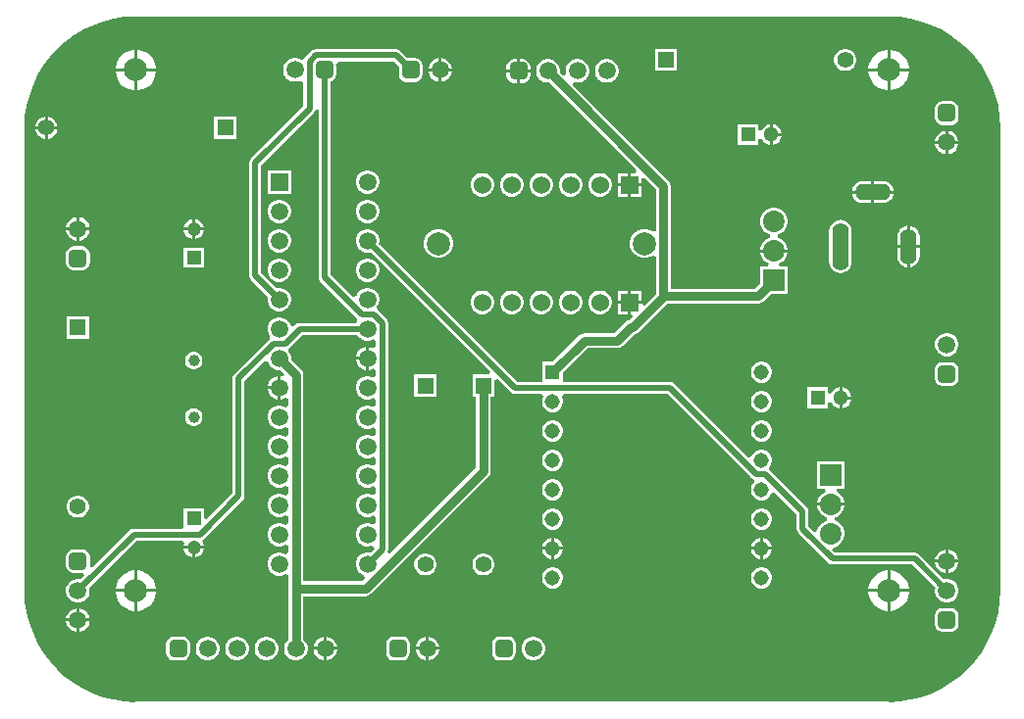
<source format=gbl>
G04*
G04 #@! TF.GenerationSoftware,Altium Limited,Altium Designer,25.1.2 (22)*
G04*
G04 Layer_Physical_Order=2*
G04 Layer_Color=16711680*
%FSLAX25Y25*%
%MOIN*%
G70*
G04*
G04 #@! TF.SameCoordinates,B7606435-976A-44DC-911F-35B296C07FD0*
G04*
G04*
G04 #@! TF.FilePolarity,Positive*
G04*
G01*
G75*
%ADD33C,0.05512*%
%ADD34R,0.05512X0.05512*%
%ADD36C,0.04724*%
%ADD37R,0.04724X0.04724*%
%ADD38R,0.05512X0.05512*%
%ADD39C,0.02000*%
%ADD40C,0.03000*%
G04:AMPARAMS|DCode=41|XSize=59.84mil|YSize=59.84mil|CornerRadius=14.96mil|HoleSize=0mil|Usage=FLASHONLY|Rotation=180.000|XOffset=0mil|YOffset=0mil|HoleType=Round|Shape=RoundedRectangle|*
%AMROUNDEDRECTD41*
21,1,0.05984,0.02992,0,0,180.0*
21,1,0.02992,0.05984,0,0,180.0*
1,1,0.02992,-0.01496,0.01496*
1,1,0.02992,0.01496,0.01496*
1,1,0.02992,0.01496,-0.01496*
1,1,0.02992,-0.01496,-0.01496*
%
%ADD41ROUNDEDRECTD41*%
%ADD42C,0.05984*%
G04:AMPARAMS|DCode=43|XSize=59.84mil|YSize=59.84mil|CornerRadius=14.96mil|HoleSize=0mil|Usage=FLASHONLY|Rotation=90.000|XOffset=0mil|YOffset=0mil|HoleType=Round|Shape=RoundedRectangle|*
%AMROUNDEDRECTD43*
21,1,0.05984,0.02992,0,0,90.0*
21,1,0.02992,0.05984,0,0,90.0*
1,1,0.02992,0.01496,0.01496*
1,1,0.02992,0.01496,-0.01496*
1,1,0.02992,-0.01496,-0.01496*
1,1,0.02992,-0.01496,0.01496*
%
%ADD43ROUNDEDRECTD43*%
%ADD44R,0.05906X0.05906*%
%ADD45C,0.05906*%
%ADD46C,0.07874*%
%ADD47R,0.06000X0.06000*%
%ADD48C,0.06000*%
%ADD49C,0.05150*%
%ADD50R,0.05150X0.05150*%
%ADD51O,0.05512X0.16142*%
%ADD52O,0.05512X0.12205*%
%ADD53O,0.12205X0.05512*%
%ADD54R,0.07323X0.07323*%
%ADD55C,0.07323*%
%ADD56R,0.05118X0.05118*%
%ADD57C,0.05118*%
%ADD58C,0.03965*%
%ADD59C,0.01968*%
G36*
X298987Y234534D02*
X302663Y233988D01*
X306267Y233086D01*
X309766Y231834D01*
X313125Y230245D01*
X316313Y228335D01*
X319297Y226121D01*
X322051Y223625D01*
X324546Y220872D01*
X326760Y217887D01*
X328670Y214700D01*
X330259Y211341D01*
X331511Y207842D01*
X332414Y204238D01*
X332959Y200562D01*
X333136Y196951D01*
X333116Y196850D01*
Y39370D01*
X333136Y39269D01*
X332959Y35659D01*
X332414Y31983D01*
X331511Y28378D01*
X330259Y24880D01*
X328670Y21520D01*
X326760Y18333D01*
X324546Y15348D01*
X322051Y12595D01*
X319297Y10099D01*
X316313Y7886D01*
X313125Y5976D01*
X309766Y4387D01*
X306267Y3135D01*
X302663Y2232D01*
X298987Y1687D01*
X295376Y1509D01*
X295276Y1529D01*
X39370D01*
X39269Y1509D01*
X35659Y1687D01*
X31983Y2232D01*
X28378Y3135D01*
X24880Y4387D01*
X21520Y5976D01*
X18333Y7886D01*
X15348Y10099D01*
X12595Y12595D01*
X10099Y15348D01*
X7886Y18333D01*
X5976Y21520D01*
X4387Y24880D01*
X3135Y28378D01*
X2232Y31983D01*
X1687Y35659D01*
X1509Y39269D01*
X1529Y39370D01*
Y196850D01*
X1509Y196951D01*
X1687Y200562D01*
X2232Y204238D01*
X3135Y207842D01*
X4387Y211341D01*
X5976Y214700D01*
X7886Y217887D01*
X10099Y220872D01*
X12595Y223625D01*
X15348Y226121D01*
X18333Y228335D01*
X21520Y230245D01*
X24880Y231834D01*
X28378Y233086D01*
X31983Y233988D01*
X35659Y234534D01*
X39269Y234711D01*
X39370Y234691D01*
X295276D01*
X295376Y234711D01*
X298987Y234534D01*
D02*
G37*
%LPC*%
G36*
X127803Y223567D02*
X100481D01*
X99701Y223411D01*
X99039Y222970D01*
X96975Y220906D01*
X96631Y220390D01*
X96436Y220219D01*
X95459Y219971D01*
X94966Y220255D01*
X93951Y220528D01*
X92900D01*
X91884Y220255D01*
X90974Y219730D01*
X90231Y218987D01*
X89705Y218076D01*
X89433Y217061D01*
Y216010D01*
X89705Y214995D01*
X90231Y214084D01*
X90974Y213341D01*
X91884Y212815D01*
X92900Y212543D01*
X93951D01*
X94966Y212815D01*
X95378Y213053D01*
X96378Y212477D01*
Y204262D01*
X78558Y186442D01*
X78116Y185780D01*
X77961Y185000D01*
Y146535D01*
X78116Y145755D01*
X78558Y145094D01*
X84273Y139378D01*
X84158Y138946D01*
Y137905D01*
X84427Y136899D01*
X84947Y135998D01*
X85683Y135262D01*
X86585Y134742D01*
X87590Y134473D01*
X88631D01*
X89636Y134742D01*
X90537Y135262D01*
X91273Y135998D01*
X91794Y136899D01*
X92063Y137905D01*
Y138946D01*
X91794Y139951D01*
X91273Y140852D01*
X90537Y141588D01*
X89636Y142109D01*
X88631Y142378D01*
X87590D01*
X87157Y142262D01*
X82039Y147380D01*
Y184155D01*
X99859Y201975D01*
X100301Y202637D01*
X100386Y203063D01*
X101386Y202964D01*
Y146106D01*
X101541Y145326D01*
X101983Y144664D01*
X114617Y132030D01*
X114567Y131072D01*
X114107Y130448D01*
X95092D01*
X94318Y130294D01*
X93662Y129856D01*
X93025Y129219D01*
X91910Y129518D01*
X91794Y129951D01*
X91273Y130852D01*
X90537Y131588D01*
X89636Y132109D01*
X88631Y132378D01*
X87590D01*
X86585Y132109D01*
X85683Y131588D01*
X84947Y130852D01*
X84427Y129951D01*
X84158Y128946D01*
Y127905D01*
X84427Y126900D01*
X84947Y125998D01*
X84761Y124919D01*
X72785Y112943D01*
X72346Y112286D01*
X72192Y111512D01*
Y72444D01*
X63341Y63593D01*
X62417Y63976D01*
Y67339D01*
X55693D01*
Y60614D01*
X54739Y60503D01*
X38795D01*
X38021Y60349D01*
X37365Y59911D01*
X24601Y47147D01*
X23679Y47640D01*
X23726Y47874D01*
Y50866D01*
X23532Y51840D01*
X22981Y52666D01*
X22155Y53217D01*
X21181Y53411D01*
X18189D01*
X17215Y53217D01*
X16389Y52666D01*
X15838Y51840D01*
X15644Y50866D01*
Y47874D01*
X15838Y46900D01*
X16389Y46075D01*
X17215Y45523D01*
X18189Y45329D01*
X21181D01*
X21415Y45376D01*
X21908Y44454D01*
X20688Y43234D01*
X20211Y43362D01*
X19160D01*
X18144Y43090D01*
X17234Y42565D01*
X16490Y41821D01*
X15965Y40911D01*
X15693Y39896D01*
Y38844D01*
X15965Y37829D01*
X16490Y36919D01*
X17234Y36176D01*
X18144Y35650D01*
X19160Y35378D01*
X20211D01*
X21226Y35650D01*
X22136Y36176D01*
X22880Y36919D01*
X23405Y37829D01*
X23677Y38844D01*
Y39896D01*
X23549Y40373D01*
X39633Y56457D01*
X55360D01*
X55937Y55457D01*
X55922Y55432D01*
X55708Y54634D01*
X59055D01*
X62402D01*
X62188Y55432D01*
X62069Y55637D01*
X61910Y56393D01*
X62393Y56965D01*
X62520Y57050D01*
X75646Y70175D01*
X76084Y70832D01*
X76238Y71606D01*
Y110674D01*
X83196Y117631D01*
X84311Y117332D01*
X84427Y116900D01*
X84947Y115998D01*
X85683Y115262D01*
X86585Y114742D01*
X87590Y114472D01*
X88458D01*
X89842Y113089D01*
X89324Y112192D01*
X88631Y112378D01*
X88610D01*
Y108425D01*
Y104472D01*
X88631D01*
X89636Y104742D01*
X90191Y105062D01*
X91191Y104597D01*
Y102254D01*
X90191Y101788D01*
X89636Y102109D01*
X88631Y102378D01*
X87590D01*
X86585Y102109D01*
X85683Y101588D01*
X84947Y100852D01*
X84427Y99951D01*
X84158Y98946D01*
Y97905D01*
X84427Y96899D01*
X84947Y95998D01*
X85683Y95262D01*
X86585Y94742D01*
X87590Y94472D01*
X88631D01*
X89636Y94742D01*
X90191Y95062D01*
X91191Y94597D01*
Y92254D01*
X90191Y91788D01*
X89636Y92109D01*
X88631Y92378D01*
X87590D01*
X86585Y92109D01*
X85683Y91588D01*
X84947Y90852D01*
X84427Y89951D01*
X84158Y88946D01*
Y87905D01*
X84427Y86900D01*
X84947Y85998D01*
X85683Y85262D01*
X86585Y84742D01*
X87590Y84473D01*
X88631D01*
X89636Y84742D01*
X90191Y85062D01*
X91191Y84597D01*
Y82254D01*
X90191Y81788D01*
X89636Y82109D01*
X88631Y82378D01*
X87590D01*
X86585Y82109D01*
X85683Y81588D01*
X84947Y80852D01*
X84427Y79951D01*
X84158Y78946D01*
Y77905D01*
X84427Y76899D01*
X84947Y75998D01*
X85683Y75262D01*
X86585Y74742D01*
X87590Y74472D01*
X88631D01*
X89636Y74742D01*
X90191Y75062D01*
X91191Y74597D01*
Y72254D01*
X90191Y71788D01*
X89636Y72109D01*
X88631Y72378D01*
X87590D01*
X86585Y72109D01*
X85683Y71588D01*
X84947Y70852D01*
X84427Y69951D01*
X84158Y68946D01*
Y67905D01*
X84427Y66900D01*
X84947Y65998D01*
X85683Y65262D01*
X86585Y64742D01*
X87590Y64473D01*
X88631D01*
X89636Y64742D01*
X90191Y65062D01*
X91191Y64597D01*
Y62254D01*
X90191Y61788D01*
X89636Y62109D01*
X88631Y62378D01*
X87590D01*
X86585Y62109D01*
X85683Y61588D01*
X84947Y60852D01*
X84427Y59951D01*
X84158Y58946D01*
Y57905D01*
X84427Y56899D01*
X84947Y55998D01*
X85683Y55262D01*
X86585Y54742D01*
X87590Y54473D01*
X88631D01*
X89636Y54742D01*
X90191Y55062D01*
X91191Y54597D01*
Y52254D01*
X90191Y51788D01*
X89636Y52109D01*
X88631Y52378D01*
X87590D01*
X86585Y52109D01*
X85683Y51588D01*
X84947Y50852D01*
X84427Y49951D01*
X84158Y48946D01*
Y47905D01*
X84427Y46900D01*
X84947Y45998D01*
X85683Y45262D01*
X86585Y44742D01*
X87590Y44472D01*
X88631D01*
X89636Y44742D01*
X90191Y45062D01*
X91191Y44597D01*
Y40000D01*
Y22782D01*
X90546Y22136D01*
X90020Y21226D01*
X89748Y20211D01*
Y19160D01*
X90020Y18144D01*
X90546Y17234D01*
X91289Y16490D01*
X92199Y15965D01*
X93215Y15693D01*
X94266D01*
X95281Y15965D01*
X96191Y16490D01*
X96935Y17234D01*
X97460Y18144D01*
X97732Y19160D01*
Y20211D01*
X97460Y21226D01*
X96935Y22136D01*
X96289Y22782D01*
Y37451D01*
X117396D01*
X118372Y37645D01*
X119199Y38198D01*
X159283Y78281D01*
X159835Y79109D01*
X160029Y80084D01*
Y105417D01*
X161236D01*
Y111109D01*
X162160Y111492D01*
X166779Y106873D01*
X167440Y106431D01*
X168220Y106276D01*
X168220Y106276D01*
X177217D01*
X177794Y105276D01*
X177704Y105120D01*
X177461Y104211D01*
Y103270D01*
X177704Y102360D01*
X178175Y101545D01*
X178840Y100880D01*
X179656Y100409D01*
X180565Y100165D01*
X181506D01*
X182415Y100409D01*
X183230Y100880D01*
X183896Y101545D01*
X184367Y102360D01*
X184610Y103270D01*
Y104211D01*
X184367Y105120D01*
X184277Y105276D01*
X184854Y106276D01*
X220146D01*
X248699Y77723D01*
X249249Y77356D01*
X249422Y76737D01*
X249478Y76238D01*
X249175Y75935D01*
X248704Y75120D01*
X248461Y74211D01*
Y73269D01*
X248704Y72360D01*
X249175Y71545D01*
X249840Y70880D01*
X250656Y70409D01*
X251565Y70165D01*
X252506D01*
X253415Y70409D01*
X254230Y70880D01*
X254896Y71545D01*
X255367Y72360D01*
X255413Y72534D01*
X256528Y72833D01*
X263913Y65449D01*
Y60372D01*
X264068Y59592D01*
X264510Y58930D01*
X274630Y48810D01*
X275292Y48368D01*
X276072Y48213D01*
X303234D01*
X311092Y40355D01*
X310968Y39896D01*
Y38844D01*
X311241Y37829D01*
X311766Y36919D01*
X312509Y36176D01*
X313420Y35650D01*
X314435Y35378D01*
X315486D01*
X316501Y35650D01*
X317412Y36176D01*
X318155Y36919D01*
X318681Y37829D01*
X318953Y38844D01*
Y39896D01*
X318681Y40911D01*
X318155Y41821D01*
X317412Y42565D01*
X316501Y43090D01*
X315486Y43362D01*
X314435D01*
X313976Y43239D01*
X305520Y51694D01*
X304859Y52136D01*
X304078Y52292D01*
X276917D01*
X276040Y53169D01*
X276472Y54150D01*
X277390Y54396D01*
X278453Y55010D01*
X279321Y55878D01*
X279934Y56941D01*
X280252Y58126D01*
Y59354D01*
X279934Y60539D01*
X279321Y61602D01*
X278453Y62470D01*
X277390Y63084D01*
X276872Y63222D01*
Y64258D01*
X277390Y64396D01*
X278453Y65010D01*
X279321Y65878D01*
X279934Y66941D01*
X280252Y68126D01*
Y68240D01*
X275591D01*
X270929D01*
Y68126D01*
X271247Y66941D01*
X271861Y65878D01*
X272728Y65010D01*
X273791Y64396D01*
X274309Y64258D01*
Y63222D01*
X273791Y63084D01*
X272728Y62470D01*
X271861Y61602D01*
X271247Y60539D01*
X271001Y59622D01*
X270019Y59189D01*
X267991Y61217D01*
Y66293D01*
X267836Y67074D01*
X267394Y67735D01*
X267394Y67735D01*
X254522Y80607D01*
X254896Y81545D01*
X255367Y82360D01*
X255610Y83270D01*
Y84211D01*
X255367Y85120D01*
X254896Y85935D01*
X254230Y86601D01*
X253415Y87071D01*
X252506Y87315D01*
X251565D01*
X250656Y87071D01*
X249840Y86601D01*
X249175Y85935D01*
X248704Y85120D01*
X248658Y84946D01*
X247542Y84647D01*
X222433Y109757D01*
X221771Y110199D01*
X220991Y110354D01*
X184610D01*
Y113710D01*
X192834Y121934D01*
X202997D01*
X203972Y122128D01*
X204799Y122681D01*
X208620Y126502D01*
X209160Y126609D01*
X209987Y127162D01*
X219865Y137040D01*
X250789D01*
X251764Y137234D01*
X252591Y137786D01*
X255143Y140339D01*
X260861D01*
Y149661D01*
X258150D01*
X257999Y150656D01*
X259062Y151270D01*
X259930Y152138D01*
X260544Y153201D01*
X260861Y154386D01*
Y154500D01*
X256200D01*
X251539D01*
Y154386D01*
X251856Y153201D01*
X252470Y152138D01*
X253338Y151270D01*
X254401Y150656D01*
X254250Y149661D01*
X251539D01*
Y143943D01*
X249733Y142138D01*
X221151D01*
Y176998D01*
X220957Y177973D01*
X220405Y178800D01*
X187724Y211481D01*
X188242Y212377D01*
X188874Y212208D01*
X189926D01*
X190941Y212480D01*
X191851Y213005D01*
X192595Y213749D01*
X193120Y214659D01*
X193392Y215674D01*
Y216726D01*
X193120Y217741D01*
X192595Y218651D01*
X191851Y219394D01*
X190941Y219920D01*
X189926Y220192D01*
X188874D01*
X187859Y219920D01*
X186949Y219394D01*
X186205Y218651D01*
X185680Y217741D01*
X185408Y216726D01*
Y215674D01*
X185577Y215042D01*
X184681Y214524D01*
X183392Y215813D01*
Y216726D01*
X183120Y217741D01*
X182595Y218651D01*
X181851Y219394D01*
X180941Y219920D01*
X179926Y220192D01*
X178874D01*
X177859Y219920D01*
X176949Y219394D01*
X176206Y218651D01*
X175680Y217741D01*
X175408Y216726D01*
Y215674D01*
X175680Y214659D01*
X176206Y213749D01*
X176949Y213005D01*
X177859Y212480D01*
X178874Y212208D01*
X179787D01*
X209591Y182404D01*
X209208Y181480D01*
X207665D01*
Y177980D01*
X211165D01*
Y179523D01*
X212089Y179906D01*
X216053Y175942D01*
Y161832D01*
X215053Y161514D01*
X214071Y162081D01*
X212815Y162417D01*
X211515D01*
X210260Y162081D01*
X209134Y161431D01*
X208215Y160512D01*
X207565Y159386D01*
X207228Y158130D01*
Y156830D01*
X207565Y155575D01*
X208215Y154449D01*
X209134Y153530D01*
X210260Y152880D01*
X211515Y152543D01*
X212815D01*
X214071Y152880D01*
X215053Y153447D01*
X216053Y153129D01*
Y140438D01*
X212089Y136474D01*
X211165Y136856D01*
Y136980D01*
X207665D01*
Y133480D01*
X207789D01*
X208172Y132556D01*
X207042Y131427D01*
X206502Y131319D01*
X205675Y130766D01*
X201941Y127032D01*
X191779D01*
X190803Y126838D01*
X189976Y126286D01*
X181005Y117315D01*
X177461D01*
Y110354D01*
X169065D01*
X121947Y157472D01*
X122063Y157905D01*
Y158946D01*
X121794Y159951D01*
X121273Y160852D01*
X120537Y161588D01*
X119636Y162109D01*
X118631Y162378D01*
X117590D01*
X116585Y162109D01*
X115683Y161588D01*
X114947Y160852D01*
X114427Y159951D01*
X114157Y158946D01*
Y157905D01*
X114427Y156899D01*
X114947Y155998D01*
X115683Y155262D01*
X116585Y154742D01*
X117590Y154472D01*
X118631D01*
X119063Y154588D01*
X159799Y113853D01*
X159416Y112929D01*
X153724D01*
Y105417D01*
X154931D01*
Y81140D01*
X125667Y51876D01*
X124890Y52513D01*
X124947Y52598D01*
X125102Y53378D01*
Y130477D01*
X125102Y130477D01*
X124947Y131257D01*
X124505Y131919D01*
X121509Y134914D01*
X121273Y135998D01*
X121794Y136899D01*
X122063Y137905D01*
Y138946D01*
X121794Y139951D01*
X121273Y140852D01*
X120537Y141588D01*
X119636Y142109D01*
X118631Y142378D01*
X117590D01*
X116585Y142109D01*
X115683Y141588D01*
X114947Y140852D01*
X114427Y139951D01*
X114311Y139518D01*
X113196Y139219D01*
X105464Y146951D01*
Y212602D01*
X105895Y212688D01*
X106721Y213240D01*
X107273Y214066D01*
X107466Y215039D01*
Y218032D01*
X107375Y218488D01*
X108061Y219488D01*
X126959D01*
X128754Y217693D01*
Y215039D01*
X128948Y214066D01*
X129500Y213240D01*
X130325Y212688D01*
X131299Y212494D01*
X134291D01*
X135265Y212688D01*
X136091Y213240D01*
X136643Y214066D01*
X136836Y215039D01*
Y218032D01*
X136643Y219005D01*
X136091Y219831D01*
X135265Y220383D01*
X134291Y220577D01*
X131638D01*
X129245Y222970D01*
X128584Y223411D01*
X127803Y223567D01*
D02*
G37*
G36*
X295956Y223441D02*
X295776D01*
Y217035D01*
X302181D01*
Y217216D01*
X301916Y218550D01*
X301395Y219806D01*
X300639Y220937D01*
X299678Y221899D01*
X298547Y222655D01*
X297290Y223176D01*
X295956Y223441D01*
D02*
G37*
G36*
X294776D02*
X294596D01*
X293261Y223176D01*
X292005Y222655D01*
X290874Y221899D01*
X289912Y220937D01*
X289156Y219806D01*
X288635Y218550D01*
X288370Y217216D01*
Y217035D01*
X294776D01*
Y223441D01*
D02*
G37*
G36*
X143321Y220528D02*
X143295D01*
Y217035D01*
X146787D01*
Y217061D01*
X146515Y218076D01*
X145990Y218987D01*
X145247Y219730D01*
X144336Y220255D01*
X143321Y220528D01*
D02*
G37*
G36*
X142295D02*
X142270D01*
X141254Y220255D01*
X140344Y219730D01*
X139601Y218987D01*
X139075Y218076D01*
X138803Y217061D01*
Y217035D01*
X142295D01*
Y220528D01*
D02*
G37*
G36*
X40050Y223441D02*
X39870D01*
Y217035D01*
X46276D01*
Y217216D01*
X46010Y218550D01*
X45490Y219806D01*
X44734Y220937D01*
X43772Y221899D01*
X42641Y222655D01*
X41384Y223176D01*
X40050Y223441D01*
D02*
G37*
G36*
X38870D02*
X38690D01*
X37356Y223176D01*
X36099Y222655D01*
X34968Y221899D01*
X34006Y220937D01*
X33250Y219806D01*
X32730Y218550D01*
X32465Y217216D01*
Y217035D01*
X38870D01*
Y223441D01*
D02*
G37*
G36*
X170896Y220241D02*
X169900D01*
Y216700D01*
X173441D01*
Y217696D01*
X173247Y218670D01*
X172696Y219496D01*
X171870Y220047D01*
X170896Y220241D01*
D02*
G37*
G36*
X168900D02*
X167904D01*
X166930Y220047D01*
X166104Y219496D01*
X165553Y218670D01*
X165359Y217696D01*
Y216700D01*
X168900D01*
Y220241D01*
D02*
G37*
G36*
X280927Y223756D02*
X279939D01*
X278983Y223500D01*
X278127Y223006D01*
X277428Y222306D01*
X276933Y221450D01*
X276677Y220495D01*
Y219506D01*
X276933Y218550D01*
X277428Y217694D01*
X278127Y216995D01*
X278983Y216500D01*
X279939Y216244D01*
X280927D01*
X281883Y216500D01*
X282739Y216995D01*
X283438Y217694D01*
X283933Y218550D01*
X284189Y219506D01*
Y220495D01*
X283933Y221450D01*
X283438Y222306D01*
X282739Y223006D01*
X281883Y223500D01*
X280927Y223756D01*
D02*
G37*
G36*
X223323D02*
X215811D01*
Y216244D01*
X223323D01*
Y223756D01*
D02*
G37*
G36*
X146787Y216035D02*
X143295D01*
Y212543D01*
X143321D01*
X144336Y212815D01*
X145247Y213341D01*
X145990Y214084D01*
X146515Y214995D01*
X146787Y216010D01*
Y216035D01*
D02*
G37*
G36*
X142295D02*
X138803D01*
Y216010D01*
X139075Y214995D01*
X139601Y214084D01*
X140344Y213341D01*
X141254Y212815D01*
X142270Y212543D01*
X142295D01*
Y216035D01*
D02*
G37*
G36*
X199926Y220192D02*
X198874D01*
X197859Y219920D01*
X196949Y219394D01*
X196205Y218651D01*
X195680Y217741D01*
X195408Y216726D01*
Y215674D01*
X195680Y214659D01*
X196205Y213749D01*
X196949Y213005D01*
X197859Y212480D01*
X198874Y212208D01*
X199926D01*
X200941Y212480D01*
X201851Y213005D01*
X202594Y213749D01*
X203120Y214659D01*
X203392Y215674D01*
Y216726D01*
X203120Y217741D01*
X202594Y218651D01*
X201851Y219394D01*
X200941Y219920D01*
X199926Y220192D01*
D02*
G37*
G36*
X173441Y215700D02*
X169900D01*
Y212159D01*
X170896D01*
X171870Y212353D01*
X172696Y212904D01*
X173247Y213730D01*
X173441Y214704D01*
Y215700D01*
D02*
G37*
G36*
X168900D02*
X165359D01*
Y214704D01*
X165553Y213730D01*
X166104Y212904D01*
X166930Y212353D01*
X167904Y212159D01*
X168900D01*
Y215700D01*
D02*
G37*
G36*
X302181Y216035D02*
X295776D01*
Y209630D01*
X295956D01*
X297290Y209895D01*
X298547Y210416D01*
X299678Y211172D01*
X300639Y212133D01*
X301395Y213264D01*
X301916Y214521D01*
X302181Y215855D01*
Y216035D01*
D02*
G37*
G36*
X294776D02*
X288370D01*
Y215855D01*
X288635Y214521D01*
X289156Y213264D01*
X289912Y212133D01*
X290874Y211172D01*
X292005Y210416D01*
X293261Y209895D01*
X294596Y209630D01*
X294776D01*
Y216035D01*
D02*
G37*
G36*
X46276D02*
X39870D01*
Y209630D01*
X40050D01*
X41384Y209895D01*
X42641Y210416D01*
X43772Y211172D01*
X44734Y212133D01*
X45490Y213264D01*
X46010Y214521D01*
X46276Y215855D01*
Y216035D01*
D02*
G37*
G36*
X38870D02*
X32465D01*
Y215855D01*
X32730Y214521D01*
X33250Y213264D01*
X34006Y212133D01*
X34968Y211172D01*
X36099Y210416D01*
X37356Y209895D01*
X38690Y209630D01*
X38870D01*
Y216035D01*
D02*
G37*
G36*
X316457Y205891D02*
X313465D01*
X312491Y205698D01*
X311665Y205146D01*
X311113Y204320D01*
X310920Y203346D01*
Y200354D01*
X311113Y199380D01*
X311665Y198555D01*
X312491Y198003D01*
X313465Y197809D01*
X316457D01*
X317431Y198003D01*
X318256Y198555D01*
X318808Y199380D01*
X319002Y200354D01*
Y203346D01*
X318808Y204320D01*
X318256Y205146D01*
X317431Y205698D01*
X316457Y205891D01*
D02*
G37*
G36*
X9437Y200605D02*
Y197350D01*
X12691D01*
X12437Y198300D01*
X11942Y199157D01*
X11243Y199856D01*
X10387Y200350D01*
X9437Y200605D01*
D02*
G37*
G36*
X8437D02*
X7487Y200350D01*
X6631Y199856D01*
X5931Y199157D01*
X5437Y198300D01*
X5183Y197350D01*
X8437D01*
Y200605D01*
D02*
G37*
G36*
X255837Y198151D02*
Y195100D01*
X258888D01*
X258653Y195974D01*
X258185Y196785D01*
X257522Y197448D01*
X256711Y197916D01*
X255837Y198151D01*
D02*
G37*
G36*
X12691Y196350D02*
X9437D01*
Y193096D01*
X10387Y193351D01*
X11243Y193845D01*
X11942Y194544D01*
X12437Y195401D01*
X12691Y196350D01*
D02*
G37*
G36*
X8437D02*
X5183D01*
X5437Y195401D01*
X5931Y194544D01*
X6631Y193845D01*
X7487Y193351D01*
X8437Y193096D01*
Y196350D01*
D02*
G37*
G36*
X73559Y200606D02*
X66047D01*
Y193095D01*
X73559D01*
Y200606D01*
D02*
G37*
G36*
X315486Y195843D02*
X315461D01*
Y192350D01*
X318953D01*
Y192376D01*
X318681Y193391D01*
X318155Y194302D01*
X317412Y195045D01*
X316501Y195571D01*
X315486Y195843D01*
D02*
G37*
G36*
X314461D02*
X314435D01*
X313420Y195571D01*
X312509Y195045D01*
X311766Y194302D01*
X311241Y193391D01*
X310968Y192376D01*
Y192350D01*
X314461D01*
Y195843D01*
D02*
G37*
G36*
X258888Y194100D02*
X255837D01*
Y191049D01*
X256711Y191284D01*
X257522Y191752D01*
X258185Y192415D01*
X258653Y193226D01*
X258888Y194100D01*
D02*
G37*
G36*
X251022Y198159D02*
X243904D01*
Y191041D01*
X251022D01*
Y193089D01*
X252021Y193226D01*
X252489Y192415D01*
X253152Y191752D01*
X253963Y191284D01*
X254837Y191049D01*
Y194600D01*
Y198151D01*
X253963Y197916D01*
X253152Y197448D01*
X252489Y196785D01*
X252021Y195974D01*
X251022Y196111D01*
Y198159D01*
D02*
G37*
G36*
X318953Y191350D02*
X315461D01*
Y187858D01*
X315486D01*
X316501Y188130D01*
X317412Y188656D01*
X318155Y189399D01*
X318681Y190310D01*
X318953Y191325D01*
Y191350D01*
D02*
G37*
G36*
X314461D02*
X310968D01*
Y191325D01*
X311241Y190310D01*
X311766Y189399D01*
X312509Y188656D01*
X313420Y188130D01*
X314435Y187858D01*
X314461D01*
Y191350D01*
D02*
G37*
G36*
X206665Y181480D02*
X203165D01*
Y177980D01*
X206665D01*
Y181480D01*
D02*
G37*
G36*
X293142Y178792D02*
X290295D01*
Y175504D01*
X296864D01*
X296801Y175984D01*
X296423Y176898D01*
X295820Y177683D01*
X295036Y178285D01*
X294122Y178663D01*
X293142Y178792D01*
D02*
G37*
G36*
X289295D02*
X286449D01*
X285468Y178663D01*
X284555Y178285D01*
X283770Y177683D01*
X283168Y176898D01*
X282790Y175984D01*
X282726Y175504D01*
X289295D01*
Y178792D01*
D02*
G37*
G36*
X118631Y182378D02*
X117590D01*
X116585Y182109D01*
X115683Y181588D01*
X114947Y180852D01*
X114427Y179951D01*
X114157Y178946D01*
Y177905D01*
X114427Y176900D01*
X114947Y175998D01*
X115683Y175262D01*
X116585Y174742D01*
X117590Y174472D01*
X118631D01*
X119636Y174742D01*
X120537Y175262D01*
X121273Y175998D01*
X121794Y176900D01*
X122063Y177905D01*
Y178946D01*
X121794Y179951D01*
X121273Y180852D01*
X120537Y181588D01*
X119636Y182109D01*
X118631Y182378D01*
D02*
G37*
G36*
X92063D02*
X84158D01*
Y174472D01*
X92063D01*
Y182378D01*
D02*
G37*
G36*
X211165Y176980D02*
X207665D01*
Y173480D01*
X211165D01*
Y176980D01*
D02*
G37*
G36*
X206665D02*
X203165D01*
Y173480D01*
X206665D01*
Y176980D01*
D02*
G37*
G36*
X197692Y181480D02*
X196639D01*
X195621Y181208D01*
X194709Y180681D01*
X193965Y179936D01*
X193438Y179024D01*
X193165Y178007D01*
Y176954D01*
X193438Y175936D01*
X193965Y175024D01*
X194709Y174279D01*
X195621Y173753D01*
X196639Y173480D01*
X197692D01*
X198709Y173753D01*
X199621Y174279D01*
X200366Y175024D01*
X200893Y175936D01*
X201165Y176954D01*
Y178007D01*
X200893Y179024D01*
X200366Y179936D01*
X199621Y180681D01*
X198709Y181208D01*
X197692Y181480D01*
D02*
G37*
G36*
X187692D02*
X186639D01*
X185621Y181208D01*
X184709Y180681D01*
X183965Y179936D01*
X183438Y179024D01*
X183165Y178007D01*
Y176954D01*
X183438Y175936D01*
X183965Y175024D01*
X184709Y174279D01*
X185621Y173753D01*
X186639Y173480D01*
X187692D01*
X188709Y173753D01*
X189621Y174279D01*
X190366Y175024D01*
X190893Y175936D01*
X191165Y176954D01*
Y178007D01*
X190893Y179024D01*
X190366Y179936D01*
X189621Y180681D01*
X188709Y181208D01*
X187692Y181480D01*
D02*
G37*
G36*
X177692D02*
X176639D01*
X175621Y181208D01*
X174709Y180681D01*
X173965Y179936D01*
X173438Y179024D01*
X173165Y178007D01*
Y176954D01*
X173438Y175936D01*
X173965Y175024D01*
X174709Y174279D01*
X175621Y173753D01*
X176639Y173480D01*
X177692D01*
X178709Y173753D01*
X179621Y174279D01*
X180366Y175024D01*
X180893Y175936D01*
X181165Y176954D01*
Y178007D01*
X180893Y179024D01*
X180366Y179936D01*
X179621Y180681D01*
X178709Y181208D01*
X177692Y181480D01*
D02*
G37*
G36*
X167692D02*
X166639D01*
X165621Y181208D01*
X164709Y180681D01*
X163965Y179936D01*
X163438Y179024D01*
X163165Y178007D01*
Y176954D01*
X163438Y175936D01*
X163965Y175024D01*
X164709Y174279D01*
X165621Y173753D01*
X166639Y173480D01*
X167692D01*
X168709Y173753D01*
X169621Y174279D01*
X170366Y175024D01*
X170893Y175936D01*
X171165Y176954D01*
Y178007D01*
X170893Y179024D01*
X170366Y179936D01*
X169621Y180681D01*
X168709Y181208D01*
X167692Y181480D01*
D02*
G37*
G36*
X157692D02*
X156639D01*
X155621Y181208D01*
X154709Y180681D01*
X153965Y179936D01*
X153438Y179024D01*
X153165Y178007D01*
Y176954D01*
X153438Y175936D01*
X153965Y175024D01*
X154709Y174279D01*
X155621Y173753D01*
X156639Y173480D01*
X157692D01*
X158709Y173753D01*
X159621Y174279D01*
X160366Y175024D01*
X160893Y175936D01*
X161165Y176954D01*
Y178007D01*
X160893Y179024D01*
X160366Y179936D01*
X159621Y180681D01*
X158709Y181208D01*
X157692Y181480D01*
D02*
G37*
G36*
X296864Y174504D02*
X290295D01*
Y171216D01*
X293142D01*
X294122Y171345D01*
X295036Y171723D01*
X295820Y172325D01*
X296423Y173110D01*
X296801Y174023D01*
X296864Y174504D01*
D02*
G37*
G36*
X289295D02*
X282726D01*
X282790Y174023D01*
X283168Y173110D01*
X283770Y172325D01*
X284555Y171723D01*
X285468Y171345D01*
X286449Y171216D01*
X289295D01*
Y174504D01*
D02*
G37*
G36*
X118631Y172378D02*
X117590D01*
X116585Y172109D01*
X115683Y171588D01*
X114947Y170852D01*
X114427Y169951D01*
X114157Y168946D01*
Y167905D01*
X114427Y166900D01*
X114947Y165998D01*
X115683Y165262D01*
X116585Y164742D01*
X117590Y164472D01*
X118631D01*
X119636Y164742D01*
X120537Y165262D01*
X121273Y165998D01*
X121794Y166900D01*
X122063Y167905D01*
Y168946D01*
X121794Y169951D01*
X121273Y170852D01*
X120537Y171588D01*
X119636Y172109D01*
X118631Y172378D01*
D02*
G37*
G36*
X88631D02*
X87590D01*
X86585Y172109D01*
X85683Y171588D01*
X84947Y170852D01*
X84427Y169951D01*
X84158Y168946D01*
Y167905D01*
X84427Y166900D01*
X84947Y165998D01*
X85683Y165262D01*
X86585Y164742D01*
X87590Y164472D01*
X88631D01*
X89636Y164742D01*
X90537Y165262D01*
X91273Y165998D01*
X91794Y166900D01*
X92063Y167905D01*
Y168946D01*
X91794Y169951D01*
X91273Y170852D01*
X90537Y171588D01*
X89636Y172109D01*
X88631Y172378D01*
D02*
G37*
G36*
X20211Y166472D02*
X20185D01*
Y162980D01*
X23677D01*
Y163006D01*
X23405Y164021D01*
X22880Y164931D01*
X22136Y165675D01*
X21226Y166200D01*
X20211Y166472D01*
D02*
G37*
G36*
X19185D02*
X19160D01*
X18144Y166200D01*
X17234Y165675D01*
X16490Y164931D01*
X15965Y164021D01*
X15693Y163006D01*
Y162980D01*
X19185D01*
Y166472D01*
D02*
G37*
G36*
X59555Y165748D02*
Y162902D01*
X62402D01*
X62188Y163699D01*
X61746Y164466D01*
X61120Y165092D01*
X60353Y165535D01*
X59555Y165748D01*
D02*
G37*
G36*
X58555D02*
X57757Y165535D01*
X56991Y165092D01*
X56365Y164466D01*
X55922Y163699D01*
X55708Y162902D01*
X58555D01*
Y165748D01*
D02*
G37*
G36*
Y161902D02*
X55708D01*
X55922Y161104D01*
X56365Y160337D01*
X56991Y159711D01*
X57757Y159268D01*
X58555Y159055D01*
Y161902D01*
D02*
G37*
G36*
X62402D02*
X59555D01*
Y159055D01*
X60353Y159268D01*
X61120Y159711D01*
X61746Y160337D01*
X62188Y161104D01*
X62402Y161902D01*
D02*
G37*
G36*
X23677Y161980D02*
X20185D01*
Y158488D01*
X20211D01*
X21226Y158760D01*
X22136Y159286D01*
X22880Y160029D01*
X23405Y160939D01*
X23677Y161955D01*
Y161980D01*
D02*
G37*
G36*
X19185D02*
X15693D01*
Y161955D01*
X15965Y160939D01*
X16490Y160029D01*
X17234Y159286D01*
X18144Y158760D01*
X19160Y158488D01*
X19185D01*
Y161980D01*
D02*
G37*
G36*
X302500Y163569D02*
Y157000D01*
X305788D01*
Y159846D01*
X305659Y160827D01*
X305281Y161741D01*
X304679Y162525D01*
X303894Y163127D01*
X302980Y163506D01*
X302500Y163569D01*
D02*
G37*
G36*
X301500D02*
X301020Y163506D01*
X300106Y163127D01*
X299321Y162525D01*
X298719Y161741D01*
X298341Y160827D01*
X298212Y159846D01*
Y157000D01*
X301500D01*
Y163569D01*
D02*
G37*
G36*
X256814Y169661D02*
X255586D01*
X254401Y169344D01*
X253338Y168730D01*
X252470Y167862D01*
X251856Y166799D01*
X251539Y165614D01*
Y164386D01*
X251856Y163201D01*
X252470Y162138D01*
X253338Y161270D01*
X254401Y160656D01*
X254918Y160518D01*
Y159482D01*
X254401Y159344D01*
X253338Y158730D01*
X252470Y157862D01*
X251856Y156799D01*
X251539Y155614D01*
Y155500D01*
X256200D01*
X260861D01*
Y155614D01*
X260544Y156799D01*
X259930Y157862D01*
X259062Y158730D01*
X257999Y159344D01*
X257482Y159482D01*
Y160518D01*
X257999Y160656D01*
X259062Y161270D01*
X259930Y162138D01*
X260544Y163201D01*
X260861Y164386D01*
Y165614D01*
X260544Y166799D01*
X259930Y167862D01*
X259062Y168730D01*
X257999Y169344D01*
X256814Y169661D01*
D02*
G37*
G36*
X88631Y162378D02*
X87590D01*
X86585Y162109D01*
X85683Y161588D01*
X84947Y160852D01*
X84427Y159951D01*
X84158Y158946D01*
Y157905D01*
X84427Y156899D01*
X84947Y155998D01*
X85683Y155262D01*
X86585Y154742D01*
X87590Y154472D01*
X88631D01*
X89636Y154742D01*
X90537Y155262D01*
X91273Y155998D01*
X91794Y156899D01*
X92063Y157905D01*
Y158946D01*
X91794Y159951D01*
X91273Y160852D01*
X90537Y161588D01*
X89636Y162109D01*
X88631Y162378D01*
D02*
G37*
G36*
X142815Y162417D02*
X141515D01*
X140260Y162081D01*
X139134Y161431D01*
X138215Y160512D01*
X137565Y159386D01*
X137228Y158130D01*
Y156830D01*
X137565Y155575D01*
X138215Y154449D01*
X139134Y153530D01*
X140260Y152880D01*
X141515Y152543D01*
X142815D01*
X144071Y152880D01*
X145197Y153530D01*
X146116Y154449D01*
X146766Y155575D01*
X147102Y156830D01*
Y158130D01*
X146766Y159386D01*
X146116Y160512D01*
X145197Y161431D01*
X144071Y162081D01*
X142815Y162417D01*
D02*
G37*
G36*
X305788Y156000D02*
X302500D01*
Y149431D01*
X302980Y149494D01*
X303894Y149873D01*
X304679Y150475D01*
X305281Y151259D01*
X305659Y152173D01*
X305788Y153154D01*
Y156000D01*
D02*
G37*
G36*
X301500D02*
X298212D01*
Y153154D01*
X298341Y152173D01*
X298719Y151259D01*
X299321Y150475D01*
X300106Y149873D01*
X301020Y149494D01*
X301500Y149431D01*
Y156000D01*
D02*
G37*
G36*
X62417Y155921D02*
X55693D01*
Y149197D01*
X62417D01*
Y155921D01*
D02*
G37*
G36*
X21181Y156521D02*
X18189D01*
X17215Y156328D01*
X16389Y155776D01*
X15838Y154950D01*
X15644Y153976D01*
Y150984D01*
X15838Y150010D01*
X16389Y149185D01*
X17215Y148633D01*
X18189Y148439D01*
X21181D01*
X22155Y148633D01*
X22981Y149185D01*
X23532Y150010D01*
X23726Y150984D01*
Y153976D01*
X23532Y154950D01*
X22981Y155776D01*
X22155Y156328D01*
X21181Y156521D01*
D02*
G37*
G36*
X278772Y165603D02*
X277791Y165474D01*
X276877Y165096D01*
X276093Y164494D01*
X275491Y163709D01*
X275112Y162795D01*
X274983Y161815D01*
Y151185D01*
X275112Y150205D01*
X275491Y149291D01*
X276093Y148506D01*
X276877Y147904D01*
X277791Y147526D01*
X278772Y147397D01*
X279752Y147526D01*
X280666Y147904D01*
X281450Y148506D01*
X282052Y149291D01*
X282431Y150205D01*
X282560Y151185D01*
Y161815D01*
X282431Y162795D01*
X282052Y163709D01*
X281450Y164494D01*
X280666Y165096D01*
X279752Y165474D01*
X278772Y165603D01*
D02*
G37*
G36*
X118631Y152378D02*
X117590D01*
X116585Y152109D01*
X115683Y151588D01*
X114947Y150852D01*
X114427Y149951D01*
X114157Y148946D01*
Y147905D01*
X114427Y146899D01*
X114947Y145998D01*
X115683Y145262D01*
X116585Y144742D01*
X117590Y144473D01*
X118631D01*
X119636Y144742D01*
X120537Y145262D01*
X121273Y145998D01*
X121794Y146899D01*
X122063Y147905D01*
Y148946D01*
X121794Y149951D01*
X121273Y150852D01*
X120537Y151588D01*
X119636Y152109D01*
X118631Y152378D01*
D02*
G37*
G36*
X88631D02*
X87590D01*
X86585Y152109D01*
X85683Y151588D01*
X84947Y150852D01*
X84427Y149951D01*
X84158Y148946D01*
Y147905D01*
X84427Y146899D01*
X84947Y145998D01*
X85683Y145262D01*
X86585Y144742D01*
X87590Y144473D01*
X88631D01*
X89636Y144742D01*
X90537Y145262D01*
X91273Y145998D01*
X91794Y146899D01*
X92063Y147905D01*
Y148946D01*
X91794Y149951D01*
X91273Y150852D01*
X90537Y151588D01*
X89636Y152109D01*
X88631Y152378D01*
D02*
G37*
G36*
X211165Y141480D02*
X207665D01*
Y137980D01*
X211165D01*
Y141480D01*
D02*
G37*
G36*
X206665D02*
X203165D01*
Y137980D01*
X206665D01*
Y141480D01*
D02*
G37*
G36*
Y136980D02*
X203165D01*
Y133480D01*
X206665D01*
Y136980D01*
D02*
G37*
G36*
X197692Y141480D02*
X196639D01*
X195621Y141208D01*
X194709Y140681D01*
X193965Y139936D01*
X193438Y139024D01*
X193165Y138007D01*
Y136954D01*
X193438Y135936D01*
X193965Y135024D01*
X194709Y134280D01*
X195621Y133753D01*
X196639Y133480D01*
X197692D01*
X198709Y133753D01*
X199621Y134280D01*
X200366Y135024D01*
X200893Y135936D01*
X201165Y136954D01*
Y138007D01*
X200893Y139024D01*
X200366Y139936D01*
X199621Y140681D01*
X198709Y141208D01*
X197692Y141480D01*
D02*
G37*
G36*
X187692D02*
X186639D01*
X185621Y141208D01*
X184709Y140681D01*
X183965Y139936D01*
X183438Y139024D01*
X183165Y138007D01*
Y136954D01*
X183438Y135936D01*
X183965Y135024D01*
X184709Y134280D01*
X185621Y133753D01*
X186639Y133480D01*
X187692D01*
X188709Y133753D01*
X189621Y134280D01*
X190366Y135024D01*
X190893Y135936D01*
X191165Y136954D01*
Y138007D01*
X190893Y139024D01*
X190366Y139936D01*
X189621Y140681D01*
X188709Y141208D01*
X187692Y141480D01*
D02*
G37*
G36*
X177692D02*
X176639D01*
X175621Y141208D01*
X174709Y140681D01*
X173965Y139936D01*
X173438Y139024D01*
X173165Y138007D01*
Y136954D01*
X173438Y135936D01*
X173965Y135024D01*
X174709Y134280D01*
X175621Y133753D01*
X176639Y133480D01*
X177692D01*
X178709Y133753D01*
X179621Y134280D01*
X180366Y135024D01*
X180893Y135936D01*
X181165Y136954D01*
Y138007D01*
X180893Y139024D01*
X180366Y139936D01*
X179621Y140681D01*
X178709Y141208D01*
X177692Y141480D01*
D02*
G37*
G36*
X167692D02*
X166639D01*
X165621Y141208D01*
X164709Y140681D01*
X163965Y139936D01*
X163438Y139024D01*
X163165Y138007D01*
Y136954D01*
X163438Y135936D01*
X163965Y135024D01*
X164709Y134280D01*
X165621Y133753D01*
X166639Y133480D01*
X167692D01*
X168709Y133753D01*
X169621Y134280D01*
X170366Y135024D01*
X170893Y135936D01*
X171165Y136954D01*
Y138007D01*
X170893Y139024D01*
X170366Y139936D01*
X169621Y140681D01*
X168709Y141208D01*
X167692Y141480D01*
D02*
G37*
G36*
X157692D02*
X156639D01*
X155621Y141208D01*
X154709Y140681D01*
X153965Y139936D01*
X153438Y139024D01*
X153165Y138007D01*
Y136954D01*
X153438Y135936D01*
X153965Y135024D01*
X154709Y134280D01*
X155621Y133753D01*
X156639Y133480D01*
X157692D01*
X158709Y133753D01*
X159621Y134280D01*
X160366Y135024D01*
X160893Y135936D01*
X161165Y136954D01*
Y138007D01*
X160893Y139024D01*
X160366Y139936D01*
X159621Y140681D01*
X158709Y141208D01*
X157692Y141480D01*
D02*
G37*
G36*
X23441Y132614D02*
X15929D01*
Y125102D01*
X23441D01*
Y132614D01*
D02*
G37*
G36*
X315486Y127102D02*
X314435D01*
X313420Y126830D01*
X312509Y126305D01*
X311766Y125561D01*
X311241Y124651D01*
X310968Y123636D01*
Y122585D01*
X311241Y121569D01*
X311766Y120659D01*
X312509Y119916D01*
X313420Y119390D01*
X314435Y119118D01*
X315486D01*
X316501Y119390D01*
X317412Y119916D01*
X318155Y120659D01*
X318681Y121569D01*
X318953Y122585D01*
Y123636D01*
X318681Y124651D01*
X318155Y125561D01*
X317412Y126305D01*
X316501Y126830D01*
X315486Y127102D01*
D02*
G37*
G36*
X59448Y120620D02*
X58662D01*
X57904Y120417D01*
X57224Y120024D01*
X56669Y119469D01*
X56276Y118789D01*
X56073Y118030D01*
Y117245D01*
X56276Y116487D01*
X56669Y115807D01*
X57224Y115251D01*
X57904Y114859D01*
X58662Y114655D01*
X59448D01*
X60206Y114859D01*
X60886Y115251D01*
X61441Y115807D01*
X61834Y116487D01*
X62037Y117245D01*
Y118030D01*
X61834Y118789D01*
X61441Y119469D01*
X60886Y120024D01*
X60206Y120417D01*
X59448Y120620D01*
D02*
G37*
G36*
X252506Y117315D02*
X251565D01*
X250656Y117071D01*
X249840Y116601D01*
X249175Y115935D01*
X248704Y115120D01*
X248461Y114211D01*
Y113269D01*
X248704Y112360D01*
X249175Y111545D01*
X249840Y110880D01*
X250656Y110409D01*
X251565Y110165D01*
X252506D01*
X253415Y110409D01*
X254230Y110880D01*
X254896Y111545D01*
X255367Y112360D01*
X255610Y113269D01*
Y114211D01*
X255367Y115120D01*
X254896Y115935D01*
X254230Y116601D01*
X253415Y117071D01*
X252506Y117315D01*
D02*
G37*
G36*
X316457Y117151D02*
X313465D01*
X312491Y116957D01*
X311665Y116406D01*
X311113Y115580D01*
X310920Y114606D01*
Y111614D01*
X311113Y110640D01*
X311665Y109815D01*
X312491Y109263D01*
X313465Y109069D01*
X316457D01*
X317431Y109263D01*
X318256Y109815D01*
X318808Y110640D01*
X319002Y111614D01*
Y114606D01*
X318808Y115580D01*
X318256Y116406D01*
X317431Y116957D01*
X316457Y117151D01*
D02*
G37*
G36*
X87610Y112378D02*
X87590D01*
X86585Y112109D01*
X85683Y111588D01*
X84947Y110852D01*
X84427Y109951D01*
X84158Y108946D01*
Y108925D01*
X87610D01*
Y112378D01*
D02*
G37*
G36*
X279437Y108551D02*
Y105500D01*
X282488D01*
X282254Y106374D01*
X281785Y107185D01*
X281122Y107848D01*
X280311Y108317D01*
X279437Y108551D01*
D02*
G37*
G36*
X141551Y112929D02*
X134039D01*
Y105417D01*
X141551D01*
Y112929D01*
D02*
G37*
G36*
X87610Y107925D02*
X84158D01*
Y107905D01*
X84427Y106899D01*
X84947Y105998D01*
X85683Y105262D01*
X86585Y104742D01*
X87590Y104472D01*
X87610D01*
Y107925D01*
D02*
G37*
G36*
X282488Y104500D02*
X279437D01*
Y101449D01*
X280311Y101683D01*
X281122Y102152D01*
X281785Y102815D01*
X282254Y103626D01*
X282488Y104500D01*
D02*
G37*
G36*
X274622Y108559D02*
X267504D01*
Y101441D01*
X274622D01*
Y103489D01*
X275621Y103626D01*
X276089Y102815D01*
X276752Y102152D01*
X277563Y101683D01*
X278437Y101449D01*
Y105000D01*
Y108551D01*
X277563Y108317D01*
X276752Y107848D01*
X276089Y107185D01*
X275621Y106374D01*
X274622Y106511D01*
Y108559D01*
D02*
G37*
G36*
X252506Y107315D02*
X251565D01*
X250656Y107071D01*
X249840Y106601D01*
X249175Y105935D01*
X248704Y105120D01*
X248461Y104211D01*
Y103270D01*
X248704Y102360D01*
X249175Y101545D01*
X249840Y100880D01*
X250656Y100409D01*
X251565Y100165D01*
X252506D01*
X253415Y100409D01*
X254230Y100880D01*
X254896Y101545D01*
X255367Y102360D01*
X255610Y103270D01*
Y104211D01*
X255367Y105120D01*
X254896Y105935D01*
X254230Y106601D01*
X253415Y107071D01*
X252506Y107315D01*
D02*
G37*
G36*
X59448Y101408D02*
X58662D01*
X57904Y101204D01*
X57224Y100812D01*
X56669Y100256D01*
X56276Y99576D01*
X56073Y98818D01*
Y98033D01*
X56276Y97274D01*
X56669Y96594D01*
X57224Y96039D01*
X57904Y95646D01*
X58662Y95443D01*
X59448D01*
X60206Y95646D01*
X60886Y96039D01*
X61441Y96594D01*
X61834Y97274D01*
X62037Y98033D01*
Y98818D01*
X61834Y99576D01*
X61441Y100256D01*
X60886Y100812D01*
X60206Y101204D01*
X59448Y101408D01*
D02*
G37*
G36*
X252506Y97315D02*
X251565D01*
X250656Y97071D01*
X249840Y96601D01*
X249175Y95935D01*
X248704Y95120D01*
X248461Y94211D01*
Y93269D01*
X248704Y92360D01*
X249175Y91545D01*
X249840Y90880D01*
X250656Y90409D01*
X251565Y90165D01*
X252506D01*
X253415Y90409D01*
X254230Y90880D01*
X254896Y91545D01*
X255367Y92360D01*
X255610Y93269D01*
Y94211D01*
X255367Y95120D01*
X254896Y95935D01*
X254230Y96601D01*
X253415Y97071D01*
X252506Y97315D01*
D02*
G37*
G36*
X181506D02*
X180565D01*
X179656Y97071D01*
X178840Y96601D01*
X178175Y95935D01*
X177704Y95120D01*
X177461Y94211D01*
Y93269D01*
X177704Y92360D01*
X178175Y91545D01*
X178840Y90880D01*
X179656Y90409D01*
X180565Y90165D01*
X181506D01*
X182415Y90409D01*
X183230Y90880D01*
X183896Y91545D01*
X184367Y92360D01*
X184610Y93269D01*
Y94211D01*
X184367Y95120D01*
X183896Y95935D01*
X183230Y96601D01*
X182415Y97071D01*
X181506Y97315D01*
D02*
G37*
G36*
Y87315D02*
X180565D01*
X179656Y87071D01*
X178840Y86601D01*
X178175Y85935D01*
X177704Y85120D01*
X177461Y84211D01*
Y83270D01*
X177704Y82360D01*
X178175Y81545D01*
X178840Y80880D01*
X179656Y80409D01*
X180565Y80165D01*
X181506D01*
X182415Y80409D01*
X183230Y80880D01*
X183896Y81545D01*
X184367Y82360D01*
X184610Y83270D01*
Y84211D01*
X184367Y85120D01*
X183896Y85935D01*
X183230Y86601D01*
X182415Y87071D01*
X181506Y87315D01*
D02*
G37*
G36*
Y77315D02*
X180565D01*
X179656Y77071D01*
X178840Y76601D01*
X178175Y75935D01*
X177704Y75120D01*
X177461Y74211D01*
Y73269D01*
X177704Y72360D01*
X178175Y71545D01*
X178840Y70880D01*
X179656Y70409D01*
X180565Y70165D01*
X181506D01*
X182415Y70409D01*
X183230Y70880D01*
X183896Y71545D01*
X184367Y72360D01*
X184610Y73269D01*
Y74211D01*
X184367Y75120D01*
X183896Y75935D01*
X183230Y76601D01*
X182415Y77071D01*
X181506Y77315D01*
D02*
G37*
G36*
X280252Y83402D02*
X270929D01*
Y74079D01*
X273640D01*
X273791Y73084D01*
X272728Y72470D01*
X271861Y71602D01*
X271247Y70539D01*
X270929Y69354D01*
Y69240D01*
X275591D01*
X280252D01*
Y69354D01*
X279934Y70539D01*
X279321Y71602D01*
X278453Y72470D01*
X277390Y73084D01*
X277541Y74079D01*
X280252D01*
Y83402D01*
D02*
G37*
G36*
X20179Y71748D02*
X19191D01*
X18235Y71492D01*
X17379Y70998D01*
X16680Y70298D01*
X16185Y69442D01*
X15929Y68487D01*
Y67498D01*
X16185Y66542D01*
X16680Y65686D01*
X17379Y64987D01*
X18235Y64492D01*
X19191Y64236D01*
X20179D01*
X21135Y64492D01*
X21991Y64987D01*
X22691Y65686D01*
X23185Y66542D01*
X23441Y67498D01*
Y68487D01*
X23185Y69442D01*
X22691Y70298D01*
X21991Y70998D01*
X21135Y71492D01*
X20179Y71748D01*
D02*
G37*
G36*
X252506Y67315D02*
X251565D01*
X250656Y67071D01*
X249840Y66601D01*
X249175Y65935D01*
X248704Y65120D01*
X248461Y64211D01*
Y63270D01*
X248704Y62360D01*
X249175Y61545D01*
X249840Y60880D01*
X250656Y60409D01*
X251565Y60165D01*
X252506D01*
X253415Y60409D01*
X254230Y60880D01*
X254896Y61545D01*
X255367Y62360D01*
X255610Y63270D01*
Y64211D01*
X255367Y65120D01*
X254896Y65935D01*
X254230Y66601D01*
X253415Y67071D01*
X252506Y67315D01*
D02*
G37*
G36*
X181506D02*
X180565D01*
X179656Y67071D01*
X178840Y66601D01*
X178175Y65935D01*
X177704Y65120D01*
X177461Y64211D01*
Y63270D01*
X177704Y62360D01*
X178175Y61545D01*
X178840Y60880D01*
X179656Y60409D01*
X180565Y60165D01*
X181506D01*
X182415Y60409D01*
X183230Y60880D01*
X183896Y61545D01*
X184367Y62360D01*
X184610Y63270D01*
Y64211D01*
X184367Y65120D01*
X183896Y65935D01*
X183230Y66601D01*
X182415Y67071D01*
X181506Y67315D01*
D02*
G37*
G36*
X252535Y57307D02*
Y54240D01*
X255602D01*
X255367Y55120D01*
X254896Y55935D01*
X254230Y56601D01*
X253415Y57071D01*
X252535Y57307D01*
D02*
G37*
G36*
X251535D02*
X250656Y57071D01*
X249840Y56601D01*
X249175Y55935D01*
X248704Y55120D01*
X248468Y54240D01*
X251535D01*
Y57307D01*
D02*
G37*
G36*
X181535D02*
Y54240D01*
X184602D01*
X184367Y55120D01*
X183896Y55935D01*
X183230Y56601D01*
X182415Y57071D01*
X181535Y57307D01*
D02*
G37*
G36*
X180535D02*
X179656Y57071D01*
X178840Y56601D01*
X178175Y55935D01*
X177704Y55120D01*
X177469Y54240D01*
X180535D01*
Y57307D01*
D02*
G37*
G36*
X62402Y53634D02*
X59555D01*
Y50787D01*
X60353Y51001D01*
X61120Y51443D01*
X61746Y52069D01*
X62188Y52836D01*
X62402Y53634D01*
D02*
G37*
G36*
X58555D02*
X55708D01*
X55922Y52836D01*
X56365Y52069D01*
X56991Y51443D01*
X57757Y51001D01*
X58555Y50787D01*
Y53634D01*
D02*
G37*
G36*
X255602Y53240D02*
X252535D01*
Y50173D01*
X253415Y50409D01*
X254230Y50880D01*
X254896Y51545D01*
X255367Y52360D01*
X255602Y53240D01*
D02*
G37*
G36*
X251535D02*
X248468D01*
X248704Y52360D01*
X249175Y51545D01*
X249840Y50880D01*
X250656Y50409D01*
X251535Y50173D01*
Y53240D01*
D02*
G37*
G36*
X184602D02*
X181535D01*
Y50173D01*
X182415Y50409D01*
X183230Y50880D01*
X183896Y51545D01*
X184367Y52360D01*
X184602Y53240D01*
D02*
G37*
G36*
X180535D02*
X177469D01*
X177704Y52360D01*
X178175Y51545D01*
X178840Y50880D01*
X179656Y50409D01*
X180535Y50173D01*
Y53240D01*
D02*
G37*
G36*
X315486Y53362D02*
X315461D01*
Y49870D01*
X318953D01*
Y49896D01*
X318681Y50911D01*
X318155Y51821D01*
X317412Y52565D01*
X316501Y53090D01*
X315486Y53362D01*
D02*
G37*
G36*
X314461D02*
X314435D01*
X313420Y53090D01*
X312509Y52565D01*
X311766Y51821D01*
X311241Y50911D01*
X310968Y49896D01*
Y49870D01*
X314461D01*
Y53362D01*
D02*
G37*
G36*
X318953Y48870D02*
X315461D01*
Y45378D01*
X315486D01*
X316501Y45650D01*
X317412Y46176D01*
X318155Y46919D01*
X318681Y47829D01*
X318953Y48845D01*
Y48870D01*
D02*
G37*
G36*
X314461D02*
X310968D01*
Y48845D01*
X311241Y47829D01*
X311766Y46919D01*
X312509Y46176D01*
X313420Y45650D01*
X314435Y45378D01*
X314461D01*
Y48870D01*
D02*
G37*
G36*
X157975Y52063D02*
X156986D01*
X156031Y51807D01*
X155174Y51313D01*
X154475Y50613D01*
X153980Y49757D01*
X153724Y48802D01*
Y47813D01*
X153980Y46857D01*
X154475Y46001D01*
X155174Y45302D01*
X156031Y44807D01*
X156986Y44551D01*
X157975D01*
X158930Y44807D01*
X159786Y45302D01*
X160486Y46001D01*
X160980Y46857D01*
X161236Y47813D01*
Y48802D01*
X160980Y49757D01*
X160486Y50613D01*
X159786Y51313D01*
X158930Y51807D01*
X157975Y52063D01*
D02*
G37*
G36*
X138290D02*
X137301D01*
X136346Y51807D01*
X135489Y51313D01*
X134790Y50613D01*
X134295Y49757D01*
X134039Y48802D01*
Y47813D01*
X134295Y46857D01*
X134790Y46001D01*
X135489Y45302D01*
X136346Y44807D01*
X137301Y44551D01*
X138290D01*
X139245Y44807D01*
X140102Y45302D01*
X140801Y46001D01*
X141295Y46857D01*
X141551Y47813D01*
Y48802D01*
X141295Y49757D01*
X140801Y50613D01*
X140102Y51313D01*
X139245Y51807D01*
X138290Y52063D01*
D02*
G37*
G36*
X252506Y47315D02*
X251565D01*
X250656Y47071D01*
X249840Y46601D01*
X249175Y45935D01*
X248704Y45120D01*
X248461Y44211D01*
Y43270D01*
X248704Y42360D01*
X249175Y41545D01*
X249840Y40880D01*
X250656Y40409D01*
X251565Y40165D01*
X252506D01*
X253415Y40409D01*
X254230Y40880D01*
X254896Y41545D01*
X255367Y42360D01*
X255610Y43270D01*
Y44211D01*
X255367Y45120D01*
X254896Y45935D01*
X254230Y46601D01*
X253415Y47071D01*
X252506Y47315D01*
D02*
G37*
G36*
X181506D02*
X180565D01*
X179656Y47071D01*
X178840Y46601D01*
X178175Y45935D01*
X177704Y45120D01*
X177461Y44211D01*
Y43270D01*
X177704Y42360D01*
X178175Y41545D01*
X178840Y40880D01*
X179656Y40409D01*
X180565Y40165D01*
X181506D01*
X182415Y40409D01*
X183230Y40880D01*
X183896Y41545D01*
X184367Y42360D01*
X184610Y43270D01*
Y44211D01*
X184367Y45120D01*
X183896Y45935D01*
X183230Y46601D01*
X182415Y47071D01*
X181506Y47315D01*
D02*
G37*
G36*
X295956Y46276D02*
X295776D01*
Y39870D01*
X302181D01*
Y40050D01*
X301916Y41384D01*
X301395Y42641D01*
X300639Y43772D01*
X299678Y44734D01*
X298547Y45490D01*
X297290Y46010D01*
X295956Y46276D01*
D02*
G37*
G36*
X294776D02*
X294596D01*
X293261Y46010D01*
X292005Y45490D01*
X290874Y44734D01*
X289912Y43772D01*
X289156Y42641D01*
X288635Y41384D01*
X288370Y40050D01*
Y39870D01*
X294776D01*
Y46276D01*
D02*
G37*
G36*
X40050D02*
X39870D01*
Y39870D01*
X46276D01*
Y40050D01*
X46010Y41384D01*
X45490Y42641D01*
X44734Y43772D01*
X43772Y44734D01*
X42641Y45490D01*
X41384Y46010D01*
X40050Y46276D01*
D02*
G37*
G36*
X38870D02*
X38690D01*
X37356Y46010D01*
X36099Y45490D01*
X34968Y44734D01*
X34006Y43772D01*
X33250Y42641D01*
X32730Y41384D01*
X32465Y40050D01*
Y39870D01*
X38870D01*
Y46276D01*
D02*
G37*
G36*
X302181Y38870D02*
X295776D01*
Y32465D01*
X295956D01*
X297290Y32730D01*
X298547Y33250D01*
X299678Y34006D01*
X300639Y34968D01*
X301395Y36099D01*
X301916Y37356D01*
X302181Y38690D01*
Y38870D01*
D02*
G37*
G36*
X294776D02*
X288370D01*
Y38690D01*
X288635Y37356D01*
X289156Y36099D01*
X289912Y34968D01*
X290874Y34006D01*
X292005Y33250D01*
X293261Y32730D01*
X294596Y32465D01*
X294776D01*
Y38870D01*
D02*
G37*
G36*
X46276D02*
X39870D01*
Y32465D01*
X40050D01*
X41384Y32730D01*
X42641Y33250D01*
X43772Y34006D01*
X44734Y34968D01*
X45490Y36099D01*
X46010Y37356D01*
X46276Y38690D01*
Y38870D01*
D02*
G37*
G36*
X38870D02*
X32465D01*
Y38690D01*
X32730Y37356D01*
X33250Y36099D01*
X34006Y34968D01*
X34968Y34006D01*
X36099Y33250D01*
X37356Y32730D01*
X38690Y32465D01*
X38870D01*
Y38870D01*
D02*
G37*
G36*
X20211Y33362D02*
X20185D01*
Y29870D01*
X23677D01*
Y29896D01*
X23405Y30911D01*
X22880Y31821D01*
X22136Y32565D01*
X21226Y33090D01*
X20211Y33362D01*
D02*
G37*
G36*
X19185D02*
X19160D01*
X18144Y33090D01*
X17234Y32565D01*
X16490Y31821D01*
X15965Y30911D01*
X15693Y29896D01*
Y29870D01*
X19185D01*
Y33362D01*
D02*
G37*
G36*
X23677Y28870D02*
X20185D01*
Y25378D01*
X20211D01*
X21226Y25650D01*
X22136Y26176D01*
X22880Y26919D01*
X23405Y27829D01*
X23677Y28844D01*
Y28870D01*
D02*
G37*
G36*
X19185D02*
X15693D01*
Y28844D01*
X15965Y27829D01*
X16490Y26919D01*
X17234Y26176D01*
X18144Y25650D01*
X19160Y25378D01*
X19185D01*
Y28870D01*
D02*
G37*
G36*
X316457Y33411D02*
X313465D01*
X312491Y33217D01*
X311665Y32666D01*
X311113Y31840D01*
X310920Y30866D01*
Y27874D01*
X311113Y26900D01*
X311665Y26074D01*
X312491Y25523D01*
X313465Y25329D01*
X316457D01*
X317431Y25523D01*
X318256Y26074D01*
X318808Y26900D01*
X319002Y27874D01*
Y30866D01*
X318808Y31840D01*
X318256Y32666D01*
X317431Y33217D01*
X316457Y33411D01*
D02*
G37*
G36*
X139026Y23677D02*
X139000D01*
Y20185D01*
X142492D01*
Y20211D01*
X142220Y21226D01*
X141694Y22136D01*
X140951Y22880D01*
X140041Y23405D01*
X139026Y23677D01*
D02*
G37*
G36*
X138000D02*
X137974D01*
X136959Y23405D01*
X136049Y22880D01*
X135306Y22136D01*
X134780Y21226D01*
X134508Y20211D01*
Y20185D01*
X138000D01*
Y23677D01*
D02*
G37*
G36*
X104266D02*
X104240D01*
Y20185D01*
X107732D01*
Y20211D01*
X107460Y21226D01*
X106935Y22136D01*
X106191Y22880D01*
X105281Y23405D01*
X104266Y23677D01*
D02*
G37*
G36*
X103240D02*
X103215D01*
X102199Y23405D01*
X101289Y22880D01*
X100546Y22136D01*
X100020Y21226D01*
X99748Y20211D01*
Y20185D01*
X103240D01*
Y23677D01*
D02*
G37*
G36*
X175026D02*
X173974D01*
X172959Y23405D01*
X172049Y22880D01*
X171306Y22136D01*
X170780Y21226D01*
X170508Y20211D01*
Y19160D01*
X170780Y18144D01*
X171306Y17234D01*
X172049Y16490D01*
X172959Y15965D01*
X173974Y15693D01*
X175026D01*
X176041Y15965D01*
X176951Y16490D01*
X177694Y17234D01*
X178220Y18144D01*
X178492Y19160D01*
Y20211D01*
X178220Y21226D01*
X177694Y22136D01*
X176951Y22880D01*
X176041Y23405D01*
X175026Y23677D01*
D02*
G37*
G36*
X142492Y19185D02*
X139000D01*
Y15693D01*
X139026D01*
X140041Y15965D01*
X140951Y16490D01*
X141694Y17234D01*
X142220Y18144D01*
X142492Y19160D01*
Y19185D01*
D02*
G37*
G36*
X138000D02*
X134508D01*
Y19160D01*
X134780Y18144D01*
X135306Y17234D01*
X136049Y16490D01*
X136959Y15965D01*
X137974Y15693D01*
X138000D01*
Y19185D01*
D02*
G37*
G36*
X107732D02*
X104240D01*
Y15693D01*
X104266D01*
X105281Y15965D01*
X106191Y16490D01*
X106935Y17234D01*
X107460Y18144D01*
X107732Y19160D01*
Y19185D01*
D02*
G37*
G36*
X103240D02*
X99748D01*
Y19160D01*
X100020Y18144D01*
X100546Y17234D01*
X101289Y16490D01*
X102199Y15965D01*
X103215Y15693D01*
X103240D01*
Y19185D01*
D02*
G37*
G36*
X84266Y23677D02*
X83215D01*
X82199Y23405D01*
X81289Y22880D01*
X80546Y22136D01*
X80020Y21226D01*
X79748Y20211D01*
Y19160D01*
X80020Y18144D01*
X80546Y17234D01*
X81289Y16490D01*
X82199Y15965D01*
X83215Y15693D01*
X84266D01*
X85281Y15965D01*
X86191Y16490D01*
X86935Y17234D01*
X87460Y18144D01*
X87732Y19160D01*
Y20211D01*
X87460Y21226D01*
X86935Y22136D01*
X86191Y22880D01*
X85281Y23405D01*
X84266Y23677D01*
D02*
G37*
G36*
X74266D02*
X73215D01*
X72199Y23405D01*
X71289Y22880D01*
X70546Y22136D01*
X70020Y21226D01*
X69748Y20211D01*
Y19160D01*
X70020Y18144D01*
X70546Y17234D01*
X71289Y16490D01*
X72199Y15965D01*
X73215Y15693D01*
X74266D01*
X75281Y15965D01*
X76191Y16490D01*
X76935Y17234D01*
X77460Y18144D01*
X77732Y19160D01*
Y20211D01*
X77460Y21226D01*
X76935Y22136D01*
X76191Y22880D01*
X75281Y23405D01*
X74266Y23677D01*
D02*
G37*
G36*
X64266D02*
X63215D01*
X62199Y23405D01*
X61289Y22880D01*
X60546Y22136D01*
X60020Y21226D01*
X59748Y20211D01*
Y19160D01*
X60020Y18144D01*
X60546Y17234D01*
X61289Y16490D01*
X62199Y15965D01*
X63215Y15693D01*
X64266D01*
X65281Y15965D01*
X66191Y16490D01*
X66935Y17234D01*
X67460Y18144D01*
X67732Y19160D01*
Y20211D01*
X67460Y21226D01*
X66935Y22136D01*
X66191Y22880D01*
X65281Y23405D01*
X64266Y23677D01*
D02*
G37*
G36*
X165996Y23726D02*
X163004D01*
X162030Y23532D01*
X161204Y22981D01*
X160653Y22155D01*
X160459Y21181D01*
Y18189D01*
X160653Y17215D01*
X161204Y16389D01*
X162030Y15838D01*
X163004Y15644D01*
X165996D01*
X166970Y15838D01*
X167796Y16389D01*
X168347Y17215D01*
X168541Y18189D01*
Y21181D01*
X168347Y22155D01*
X167796Y22981D01*
X166970Y23532D01*
X165996Y23726D01*
D02*
G37*
G36*
X129996D02*
X127004D01*
X126030Y23532D01*
X125204Y22981D01*
X124653Y22155D01*
X124459Y21181D01*
Y18189D01*
X124653Y17215D01*
X125204Y16389D01*
X126030Y15838D01*
X127004Y15644D01*
X129996D01*
X130970Y15838D01*
X131796Y16389D01*
X132347Y17215D01*
X132541Y18189D01*
Y21181D01*
X132347Y22155D01*
X131796Y22981D01*
X130970Y23532D01*
X129996Y23726D01*
D02*
G37*
G36*
X55236D02*
X52244D01*
X51270Y23532D01*
X50445Y22981D01*
X49893Y22155D01*
X49699Y21181D01*
Y18189D01*
X49893Y17215D01*
X50445Y16389D01*
X51270Y15838D01*
X52244Y15644D01*
X55236D01*
X56210Y15838D01*
X57036Y16389D01*
X57587Y17215D01*
X57781Y18189D01*
Y21181D01*
X57587Y22155D01*
X57036Y22981D01*
X56210Y23532D01*
X55236Y23726D01*
D02*
G37*
%LPD*%
G36*
X114947Y125998D02*
X115683Y125262D01*
X116585Y124742D01*
X117590Y124472D01*
X118631D01*
X119636Y124742D01*
X120024Y124966D01*
X121024Y124388D01*
Y122462D01*
X120024Y121885D01*
X119636Y122109D01*
X118631Y122378D01*
X118610D01*
Y118425D01*
Y114472D01*
X118631D01*
X119636Y114742D01*
X120024Y114966D01*
X121024Y114388D01*
Y112462D01*
X120024Y111885D01*
X119636Y112109D01*
X118631Y112378D01*
X117590D01*
X116585Y112109D01*
X115683Y111588D01*
X114947Y110852D01*
X114427Y109951D01*
X114157Y108946D01*
Y107905D01*
X114427Y106899D01*
X114947Y105998D01*
X115683Y105262D01*
X116585Y104742D01*
X117590Y104472D01*
X118631D01*
X119636Y104742D01*
X120024Y104966D01*
X121024Y104388D01*
Y102462D01*
X120024Y101885D01*
X119636Y102109D01*
X118631Y102378D01*
X117590D01*
X116585Y102109D01*
X115683Y101588D01*
X114947Y100852D01*
X114427Y99951D01*
X114157Y98946D01*
Y97905D01*
X114427Y96899D01*
X114947Y95998D01*
X115683Y95262D01*
X116585Y94742D01*
X117590Y94472D01*
X118631D01*
X119636Y94742D01*
X120024Y94966D01*
X121024Y94388D01*
Y92462D01*
X120024Y91885D01*
X119636Y92109D01*
X118631Y92378D01*
X117590D01*
X116585Y92109D01*
X115683Y91588D01*
X114947Y90852D01*
X114427Y89951D01*
X114157Y88946D01*
Y87905D01*
X114427Y86900D01*
X114947Y85998D01*
X115683Y85262D01*
X116585Y84742D01*
X117590Y84473D01*
X118631D01*
X119636Y84742D01*
X120024Y84966D01*
X121024Y84388D01*
Y82462D01*
X120024Y81885D01*
X119636Y82109D01*
X118631Y82378D01*
X117590D01*
X116585Y82109D01*
X115683Y81588D01*
X114947Y80852D01*
X114427Y79951D01*
X114157Y78946D01*
Y77905D01*
X114427Y76899D01*
X114947Y75998D01*
X115683Y75262D01*
X116585Y74742D01*
X117590Y74472D01*
X118631D01*
X119636Y74742D01*
X120024Y74966D01*
X121024Y74388D01*
Y72462D01*
X120024Y71885D01*
X119636Y72109D01*
X118631Y72378D01*
X117590D01*
X116585Y72109D01*
X115683Y71588D01*
X114947Y70852D01*
X114427Y69951D01*
X114157Y68946D01*
Y67905D01*
X114427Y66900D01*
X114947Y65998D01*
X115683Y65262D01*
X116585Y64742D01*
X117590Y64473D01*
X118631D01*
X119636Y64742D01*
X120024Y64966D01*
X121024Y64388D01*
Y62462D01*
X120024Y61885D01*
X119636Y62109D01*
X118631Y62378D01*
X117590D01*
X116585Y62109D01*
X115683Y61588D01*
X114947Y60852D01*
X114427Y59951D01*
X114157Y58946D01*
Y57905D01*
X114427Y56899D01*
X114947Y55998D01*
X115683Y55262D01*
X116585Y54742D01*
X117590Y54473D01*
X118631D01*
X119251Y54639D01*
X120156Y54194D01*
X120344Y53996D01*
X120397Y53596D01*
X119063Y52262D01*
X118631Y52378D01*
X117590D01*
X116585Y52109D01*
X115683Y51588D01*
X114947Y50852D01*
X114427Y49951D01*
X114157Y48946D01*
Y47905D01*
X114427Y46900D01*
X114947Y45998D01*
X115683Y45262D01*
X116585Y44742D01*
X117006Y44629D01*
X117305Y43514D01*
X116341Y42549D01*
X96289D01*
Y112795D01*
X96095Y113771D01*
X95543Y114598D01*
X92063Y118077D01*
Y118946D01*
X91794Y119951D01*
X91321Y120770D01*
X91276Y120867D01*
X91524Y122016D01*
X91586Y122058D01*
X95930Y126402D01*
X114714D01*
X114947Y125998D01*
D02*
G37*
%LPC*%
G36*
X117610Y122378D02*
X117590D01*
X116585Y122109D01*
X115683Y121588D01*
X114947Y120852D01*
X114427Y119951D01*
X114157Y118946D01*
Y118925D01*
X117610D01*
Y122378D01*
D02*
G37*
G36*
Y117925D02*
X114157D01*
Y117905D01*
X114427Y116900D01*
X114947Y115998D01*
X115683Y115262D01*
X116585Y114742D01*
X117590Y114472D01*
X117610D01*
Y117925D01*
D02*
G37*
%LPD*%
D33*
X19685Y67992D02*
D03*
X137795Y48307D02*
D03*
X157480D02*
D03*
X280433Y220000D02*
D03*
X8937Y196850D02*
D03*
D34*
X19685Y128858D02*
D03*
X137795Y109173D02*
D03*
X157480D02*
D03*
D36*
X59055Y162402D02*
D03*
Y54134D02*
D03*
D37*
Y152559D02*
D03*
Y63976D02*
D03*
D38*
X219567Y220000D02*
D03*
X69803Y196850D02*
D03*
D39*
X80000Y146535D02*
X88110Y138425D01*
X80000Y146535D02*
Y185000D01*
X98417Y203417D01*
Y219464D01*
X100481Y221528D01*
X127803D01*
X132795Y216535D01*
X118110Y48425D02*
X123063Y53378D01*
Y130477D01*
X120067Y133472D02*
X123063Y130477D01*
X116059Y133472D02*
X120067D01*
X103425Y146106D02*
X116059Y133472D01*
X103425Y146106D02*
Y216535D01*
X304078Y50252D02*
X314961Y39370D01*
X276072Y50252D02*
X304078D01*
X265952Y60372D02*
X276072Y50252D01*
X265952Y60372D02*
Y66293D01*
X253080Y79165D02*
X265952Y66293D01*
X250141Y79165D02*
X253080D01*
X220991Y108315D02*
X250141Y79165D01*
X168220Y108315D02*
X220991D01*
X118110Y158425D02*
X168220Y108315D01*
D40*
X218602Y139382D02*
X218810Y139589D01*
X250789D01*
X179400Y216200D02*
X218602Y176998D01*
Y139382D02*
Y176998D01*
X208185Y128964D02*
X218602Y139382D01*
X207478Y128964D02*
X208185D01*
X202997Y124483D02*
X207478Y128964D01*
X250789Y139589D02*
X256200Y145000D01*
X93740Y40000D02*
X117396D01*
X157480Y80084D01*
Y109173D01*
X93740Y40000D02*
Y112795D01*
Y19685D02*
Y40000D01*
X88110Y118425D02*
X93740Y112795D01*
X191779Y124483D02*
X202997D01*
X181035Y113740D02*
X191779Y124483D01*
D41*
X103425Y216535D02*
D03*
X169400Y216200D02*
D03*
X132795Y216535D02*
D03*
X53740Y19685D02*
D03*
X128500D02*
D03*
X164500D02*
D03*
D42*
X93425Y216535D02*
D03*
X19685Y162480D02*
D03*
X179400Y216200D02*
D03*
X189400D02*
D03*
X199400D02*
D03*
X142795Y216535D02*
D03*
X314961Y191850D02*
D03*
X19685Y39370D02*
D03*
Y29370D02*
D03*
X314961Y39370D02*
D03*
Y49370D02*
D03*
Y123110D02*
D03*
X73740Y19685D02*
D03*
X63740D02*
D03*
X83740D02*
D03*
X93740D02*
D03*
X103740D02*
D03*
X138500D02*
D03*
X174500D02*
D03*
D43*
X19685Y152480D02*
D03*
X314961Y201850D02*
D03*
X19685Y49370D02*
D03*
X314961Y29370D02*
D03*
Y113110D02*
D03*
D44*
X88110Y178425D02*
D03*
D45*
Y168425D02*
D03*
Y158425D02*
D03*
Y148425D02*
D03*
Y138425D02*
D03*
Y128425D02*
D03*
Y118425D02*
D03*
Y108425D02*
D03*
Y98425D02*
D03*
Y88425D02*
D03*
Y78425D02*
D03*
Y68425D02*
D03*
Y58425D02*
D03*
Y48425D02*
D03*
X118110Y178425D02*
D03*
Y168425D02*
D03*
Y158425D02*
D03*
Y148425D02*
D03*
Y138425D02*
D03*
Y128425D02*
D03*
Y118425D02*
D03*
Y108425D02*
D03*
Y98425D02*
D03*
Y88425D02*
D03*
Y78425D02*
D03*
Y68425D02*
D03*
Y58425D02*
D03*
Y48425D02*
D03*
D46*
X142165Y157480D02*
D03*
X212165D02*
D03*
X39370Y39370D02*
D03*
X295276D02*
D03*
Y216535D02*
D03*
X39370D02*
D03*
D47*
X207165Y137480D02*
D03*
Y177480D02*
D03*
D48*
X197165Y137480D02*
D03*
X187165D02*
D03*
X177165D02*
D03*
X167165D02*
D03*
X157165D02*
D03*
X197165Y177480D02*
D03*
X187165D02*
D03*
X177165D02*
D03*
X167165D02*
D03*
X157165D02*
D03*
D49*
X181035Y83740D02*
D03*
Y73740D02*
D03*
X252035Y83740D02*
D03*
Y73740D02*
D03*
X181035Y63740D02*
D03*
Y93740D02*
D03*
X252035D02*
D03*
Y63740D02*
D03*
X181035Y103740D02*
D03*
X252035D02*
D03*
X181035Y53740D02*
D03*
X252035D02*
D03*
Y113740D02*
D03*
X181035Y43740D02*
D03*
X252035D02*
D03*
D50*
X181035Y113740D02*
D03*
D51*
X278772Y156500D02*
D03*
D52*
X302000D02*
D03*
D53*
X289795Y175004D02*
D03*
D54*
X256200Y145000D02*
D03*
X275590Y78740D02*
D03*
D55*
X256200Y155000D02*
D03*
Y165000D02*
D03*
X275590Y68740D02*
D03*
Y58740D02*
D03*
D56*
X247463Y194600D02*
D03*
X271063Y105000D02*
D03*
D57*
X255337Y194600D02*
D03*
X278937Y105000D02*
D03*
D58*
X59055Y117638D02*
D03*
Y98425D02*
D03*
D59*
X19685Y39370D02*
X38795Y58480D01*
X61090D01*
X74215Y71606D01*
Y111512D01*
X86191Y123488D01*
X90155D01*
X95092Y128425D01*
X118110D01*
M02*

</source>
